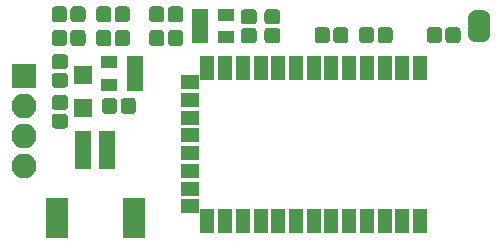
<source format=gbr>
G04 #@! TF.GenerationSoftware,KiCad,Pcbnew,(5.0.0-3-g5ebb6b6)*
G04 #@! TF.CreationDate,2020-03-13T11:28:04-04:00*
G04 #@! TF.ProjectId,Project,50726F6A6563742E6B696361645F7063,rev?*
G04 #@! TF.SameCoordinates,Original*
G04 #@! TF.FileFunction,Soldermask,Top*
G04 #@! TF.FilePolarity,Negative*
%FSLAX46Y46*%
G04 Gerber Fmt 4.6, Leading zero omitted, Abs format (unit mm)*
G04 Created by KiCad (PCBNEW (5.0.0-3-g5ebb6b6)) date Friday, March 13, 2020 at 11:28:04 AM*
%MOMM*%
%LPD*%
G01*
G04 APERTURE LIST*
%ADD10R,1.300000X2.150000*%
%ADD11R,1.650000X1.300000*%
%ADD12R,1.900000X3.400000*%
%ADD13R,1.400000X3.200000*%
%ADD14C,0.100000*%
%ADD15C,1.275000*%
%ADD16R,1.460000X1.050000*%
%ADD17R,2.100000X2.100000*%
%ADD18O,2.100000X2.100000*%
%ADD19R,1.500000X1.500000*%
%ADD20C,0.500000*%
G04 APERTURE END LIST*
D10*
G04 #@! TO.C,BTU1*
X133500000Y-113500000D03*
X132000000Y-113500000D03*
X130500000Y-113500000D03*
X129000000Y-113500000D03*
X127500000Y-113500000D03*
X126000000Y-113500000D03*
X124500000Y-113500000D03*
X123000000Y-113500000D03*
X121500000Y-113500000D03*
X120000000Y-113500000D03*
X118500000Y-113500000D03*
X117000000Y-113500000D03*
X115500000Y-113500000D03*
X115500000Y-100500000D03*
X117000000Y-100500000D03*
X118500000Y-100500000D03*
X120000000Y-100500000D03*
X121500000Y-100500000D03*
X123000000Y-100500000D03*
X124500000Y-100500000D03*
X126000000Y-100500000D03*
X127500000Y-100500000D03*
X129000000Y-100500000D03*
D11*
X114000000Y-112250000D03*
X114000000Y-110750000D03*
X114000000Y-109250000D03*
X114000000Y-107750000D03*
X114000000Y-106250000D03*
X114000000Y-104750000D03*
X114000000Y-103250000D03*
X114000000Y-101750000D03*
D10*
X130500000Y-100500000D03*
X132000000Y-100500000D03*
X133500000Y-100500000D03*
G04 #@! TD*
D12*
G04 #@! TO.C,JSTPH1*
X109250000Y-113250000D03*
X102750000Y-113250000D03*
D13*
X107000000Y-107500000D03*
X105000000Y-107500000D03*
G04 #@! TD*
D14*
G04 #@! TO.C,C1*
G36*
X103387493Y-100939035D02*
X103418435Y-100943625D01*
X103448778Y-100951225D01*
X103478230Y-100961763D01*
X103506508Y-100975138D01*
X103533338Y-100991219D01*
X103558463Y-101009853D01*
X103581640Y-101030860D01*
X103602647Y-101054037D01*
X103621281Y-101079162D01*
X103637362Y-101105992D01*
X103650737Y-101134270D01*
X103661275Y-101163722D01*
X103668875Y-101194065D01*
X103673465Y-101225007D01*
X103675000Y-101256250D01*
X103675000Y-101893750D01*
X103673465Y-101924993D01*
X103668875Y-101955935D01*
X103661275Y-101986278D01*
X103650737Y-102015730D01*
X103637362Y-102044008D01*
X103621281Y-102070838D01*
X103602647Y-102095963D01*
X103581640Y-102119140D01*
X103558463Y-102140147D01*
X103533338Y-102158781D01*
X103506508Y-102174862D01*
X103478230Y-102188237D01*
X103448778Y-102198775D01*
X103418435Y-102206375D01*
X103387493Y-102210965D01*
X103356250Y-102212500D01*
X102643750Y-102212500D01*
X102612507Y-102210965D01*
X102581565Y-102206375D01*
X102551222Y-102198775D01*
X102521770Y-102188237D01*
X102493492Y-102174862D01*
X102466662Y-102158781D01*
X102441537Y-102140147D01*
X102418360Y-102119140D01*
X102397353Y-102095963D01*
X102378719Y-102070838D01*
X102362638Y-102044008D01*
X102349263Y-102015730D01*
X102338725Y-101986278D01*
X102331125Y-101955935D01*
X102326535Y-101924993D01*
X102325000Y-101893750D01*
X102325000Y-101256250D01*
X102326535Y-101225007D01*
X102331125Y-101194065D01*
X102338725Y-101163722D01*
X102349263Y-101134270D01*
X102362638Y-101105992D01*
X102378719Y-101079162D01*
X102397353Y-101054037D01*
X102418360Y-101030860D01*
X102441537Y-101009853D01*
X102466662Y-100991219D01*
X102493492Y-100975138D01*
X102521770Y-100961763D01*
X102551222Y-100951225D01*
X102581565Y-100943625D01*
X102612507Y-100939035D01*
X102643750Y-100937500D01*
X103356250Y-100937500D01*
X103387493Y-100939035D01*
X103387493Y-100939035D01*
G37*
D15*
X103000000Y-101575000D03*
D14*
G36*
X103387493Y-99364035D02*
X103418435Y-99368625D01*
X103448778Y-99376225D01*
X103478230Y-99386763D01*
X103506508Y-99400138D01*
X103533338Y-99416219D01*
X103558463Y-99434853D01*
X103581640Y-99455860D01*
X103602647Y-99479037D01*
X103621281Y-99504162D01*
X103637362Y-99530992D01*
X103650737Y-99559270D01*
X103661275Y-99588722D01*
X103668875Y-99619065D01*
X103673465Y-99650007D01*
X103675000Y-99681250D01*
X103675000Y-100318750D01*
X103673465Y-100349993D01*
X103668875Y-100380935D01*
X103661275Y-100411278D01*
X103650737Y-100440730D01*
X103637362Y-100469008D01*
X103621281Y-100495838D01*
X103602647Y-100520963D01*
X103581640Y-100544140D01*
X103558463Y-100565147D01*
X103533338Y-100583781D01*
X103506508Y-100599862D01*
X103478230Y-100613237D01*
X103448778Y-100623775D01*
X103418435Y-100631375D01*
X103387493Y-100635965D01*
X103356250Y-100637500D01*
X102643750Y-100637500D01*
X102612507Y-100635965D01*
X102581565Y-100631375D01*
X102551222Y-100623775D01*
X102521770Y-100613237D01*
X102493492Y-100599862D01*
X102466662Y-100583781D01*
X102441537Y-100565147D01*
X102418360Y-100544140D01*
X102397353Y-100520963D01*
X102378719Y-100495838D01*
X102362638Y-100469008D01*
X102349263Y-100440730D01*
X102338725Y-100411278D01*
X102331125Y-100380935D01*
X102326535Y-100349993D01*
X102325000Y-100318750D01*
X102325000Y-99681250D01*
X102326535Y-99650007D01*
X102331125Y-99619065D01*
X102338725Y-99588722D01*
X102349263Y-99559270D01*
X102362638Y-99530992D01*
X102378719Y-99504162D01*
X102397353Y-99479037D01*
X102418360Y-99455860D01*
X102441537Y-99434853D01*
X102466662Y-99416219D01*
X102493492Y-99400138D01*
X102521770Y-99386763D01*
X102551222Y-99376225D01*
X102581565Y-99368625D01*
X102612507Y-99364035D01*
X102643750Y-99362500D01*
X103356250Y-99362500D01*
X103387493Y-99364035D01*
X103387493Y-99364035D01*
G37*
D15*
X103000000Y-100000000D03*
G04 #@! TD*
D14*
G04 #@! TO.C,C2*
G36*
X103387493Y-102826535D02*
X103418435Y-102831125D01*
X103448778Y-102838725D01*
X103478230Y-102849263D01*
X103506508Y-102862638D01*
X103533338Y-102878719D01*
X103558463Y-102897353D01*
X103581640Y-102918360D01*
X103602647Y-102941537D01*
X103621281Y-102966662D01*
X103637362Y-102993492D01*
X103650737Y-103021770D01*
X103661275Y-103051222D01*
X103668875Y-103081565D01*
X103673465Y-103112507D01*
X103675000Y-103143750D01*
X103675000Y-103781250D01*
X103673465Y-103812493D01*
X103668875Y-103843435D01*
X103661275Y-103873778D01*
X103650737Y-103903230D01*
X103637362Y-103931508D01*
X103621281Y-103958338D01*
X103602647Y-103983463D01*
X103581640Y-104006640D01*
X103558463Y-104027647D01*
X103533338Y-104046281D01*
X103506508Y-104062362D01*
X103478230Y-104075737D01*
X103448778Y-104086275D01*
X103418435Y-104093875D01*
X103387493Y-104098465D01*
X103356250Y-104100000D01*
X102643750Y-104100000D01*
X102612507Y-104098465D01*
X102581565Y-104093875D01*
X102551222Y-104086275D01*
X102521770Y-104075737D01*
X102493492Y-104062362D01*
X102466662Y-104046281D01*
X102441537Y-104027647D01*
X102418360Y-104006640D01*
X102397353Y-103983463D01*
X102378719Y-103958338D01*
X102362638Y-103931508D01*
X102349263Y-103903230D01*
X102338725Y-103873778D01*
X102331125Y-103843435D01*
X102326535Y-103812493D01*
X102325000Y-103781250D01*
X102325000Y-103143750D01*
X102326535Y-103112507D01*
X102331125Y-103081565D01*
X102338725Y-103051222D01*
X102349263Y-103021770D01*
X102362638Y-102993492D01*
X102378719Y-102966662D01*
X102397353Y-102941537D01*
X102418360Y-102918360D01*
X102441537Y-102897353D01*
X102466662Y-102878719D01*
X102493492Y-102862638D01*
X102521770Y-102849263D01*
X102551222Y-102838725D01*
X102581565Y-102831125D01*
X102612507Y-102826535D01*
X102643750Y-102825000D01*
X103356250Y-102825000D01*
X103387493Y-102826535D01*
X103387493Y-102826535D01*
G37*
D15*
X103000000Y-103462500D03*
D14*
G36*
X103387493Y-104401535D02*
X103418435Y-104406125D01*
X103448778Y-104413725D01*
X103478230Y-104424263D01*
X103506508Y-104437638D01*
X103533338Y-104453719D01*
X103558463Y-104472353D01*
X103581640Y-104493360D01*
X103602647Y-104516537D01*
X103621281Y-104541662D01*
X103637362Y-104568492D01*
X103650737Y-104596770D01*
X103661275Y-104626222D01*
X103668875Y-104656565D01*
X103673465Y-104687507D01*
X103675000Y-104718750D01*
X103675000Y-105356250D01*
X103673465Y-105387493D01*
X103668875Y-105418435D01*
X103661275Y-105448778D01*
X103650737Y-105478230D01*
X103637362Y-105506508D01*
X103621281Y-105533338D01*
X103602647Y-105558463D01*
X103581640Y-105581640D01*
X103558463Y-105602647D01*
X103533338Y-105621281D01*
X103506508Y-105637362D01*
X103478230Y-105650737D01*
X103448778Y-105661275D01*
X103418435Y-105668875D01*
X103387493Y-105673465D01*
X103356250Y-105675000D01*
X102643750Y-105675000D01*
X102612507Y-105673465D01*
X102581565Y-105668875D01*
X102551222Y-105661275D01*
X102521770Y-105650737D01*
X102493492Y-105637362D01*
X102466662Y-105621281D01*
X102441537Y-105602647D01*
X102418360Y-105581640D01*
X102397353Y-105558463D01*
X102378719Y-105533338D01*
X102362638Y-105506508D01*
X102349263Y-105478230D01*
X102338725Y-105448778D01*
X102331125Y-105418435D01*
X102326535Y-105387493D01*
X102325000Y-105356250D01*
X102325000Y-104718750D01*
X102326535Y-104687507D01*
X102331125Y-104656565D01*
X102338725Y-104626222D01*
X102349263Y-104596770D01*
X102362638Y-104568492D01*
X102378719Y-104541662D01*
X102397353Y-104516537D01*
X102418360Y-104493360D01*
X102441537Y-104472353D01*
X102466662Y-104453719D01*
X102493492Y-104437638D01*
X102521770Y-104424263D01*
X102551222Y-104413725D01*
X102581565Y-104406125D01*
X102612507Y-104401535D01*
X102643750Y-104400000D01*
X103356250Y-104400000D01*
X103387493Y-104401535D01*
X103387493Y-104401535D01*
G37*
D15*
X103000000Y-105037500D03*
G04 #@! TD*
D16*
G04 #@! TO.C,CGU1*
X109350000Y-101950000D03*
X109350000Y-101000000D03*
X109350000Y-100050000D03*
X107150000Y-100050000D03*
X107150000Y-101950000D03*
G04 #@! TD*
D14*
G04 #@! TO.C,D2*
G36*
X103312493Y-97326535D02*
X103343435Y-97331125D01*
X103373778Y-97338725D01*
X103403230Y-97349263D01*
X103431508Y-97362638D01*
X103458338Y-97378719D01*
X103483463Y-97397353D01*
X103506640Y-97418360D01*
X103527647Y-97441537D01*
X103546281Y-97466662D01*
X103562362Y-97493492D01*
X103575737Y-97521770D01*
X103586275Y-97551222D01*
X103593875Y-97581565D01*
X103598465Y-97612507D01*
X103600000Y-97643750D01*
X103600000Y-98356250D01*
X103598465Y-98387493D01*
X103593875Y-98418435D01*
X103586275Y-98448778D01*
X103575737Y-98478230D01*
X103562362Y-98506508D01*
X103546281Y-98533338D01*
X103527647Y-98558463D01*
X103506640Y-98581640D01*
X103483463Y-98602647D01*
X103458338Y-98621281D01*
X103431508Y-98637362D01*
X103403230Y-98650737D01*
X103373778Y-98661275D01*
X103343435Y-98668875D01*
X103312493Y-98673465D01*
X103281250Y-98675000D01*
X102643750Y-98675000D01*
X102612507Y-98673465D01*
X102581565Y-98668875D01*
X102551222Y-98661275D01*
X102521770Y-98650737D01*
X102493492Y-98637362D01*
X102466662Y-98621281D01*
X102441537Y-98602647D01*
X102418360Y-98581640D01*
X102397353Y-98558463D01*
X102378719Y-98533338D01*
X102362638Y-98506508D01*
X102349263Y-98478230D01*
X102338725Y-98448778D01*
X102331125Y-98418435D01*
X102326535Y-98387493D01*
X102325000Y-98356250D01*
X102325000Y-97643750D01*
X102326535Y-97612507D01*
X102331125Y-97581565D01*
X102338725Y-97551222D01*
X102349263Y-97521770D01*
X102362638Y-97493492D01*
X102378719Y-97466662D01*
X102397353Y-97441537D01*
X102418360Y-97418360D01*
X102441537Y-97397353D01*
X102466662Y-97378719D01*
X102493492Y-97362638D01*
X102521770Y-97349263D01*
X102551222Y-97338725D01*
X102581565Y-97331125D01*
X102612507Y-97326535D01*
X102643750Y-97325000D01*
X103281250Y-97325000D01*
X103312493Y-97326535D01*
X103312493Y-97326535D01*
G37*
D15*
X102962500Y-98000000D03*
D14*
G36*
X104887493Y-97326535D02*
X104918435Y-97331125D01*
X104948778Y-97338725D01*
X104978230Y-97349263D01*
X105006508Y-97362638D01*
X105033338Y-97378719D01*
X105058463Y-97397353D01*
X105081640Y-97418360D01*
X105102647Y-97441537D01*
X105121281Y-97466662D01*
X105137362Y-97493492D01*
X105150737Y-97521770D01*
X105161275Y-97551222D01*
X105168875Y-97581565D01*
X105173465Y-97612507D01*
X105175000Y-97643750D01*
X105175000Y-98356250D01*
X105173465Y-98387493D01*
X105168875Y-98418435D01*
X105161275Y-98448778D01*
X105150737Y-98478230D01*
X105137362Y-98506508D01*
X105121281Y-98533338D01*
X105102647Y-98558463D01*
X105081640Y-98581640D01*
X105058463Y-98602647D01*
X105033338Y-98621281D01*
X105006508Y-98637362D01*
X104978230Y-98650737D01*
X104948778Y-98661275D01*
X104918435Y-98668875D01*
X104887493Y-98673465D01*
X104856250Y-98675000D01*
X104218750Y-98675000D01*
X104187507Y-98673465D01*
X104156565Y-98668875D01*
X104126222Y-98661275D01*
X104096770Y-98650737D01*
X104068492Y-98637362D01*
X104041662Y-98621281D01*
X104016537Y-98602647D01*
X103993360Y-98581640D01*
X103972353Y-98558463D01*
X103953719Y-98533338D01*
X103937638Y-98506508D01*
X103924263Y-98478230D01*
X103913725Y-98448778D01*
X103906125Y-98418435D01*
X103901535Y-98387493D01*
X103900000Y-98356250D01*
X103900000Y-97643750D01*
X103901535Y-97612507D01*
X103906125Y-97581565D01*
X103913725Y-97551222D01*
X103924263Y-97521770D01*
X103937638Y-97493492D01*
X103953719Y-97466662D01*
X103972353Y-97441537D01*
X103993360Y-97418360D01*
X104016537Y-97397353D01*
X104041662Y-97378719D01*
X104068492Y-97362638D01*
X104096770Y-97349263D01*
X104126222Y-97338725D01*
X104156565Y-97331125D01*
X104187507Y-97326535D01*
X104218750Y-97325000D01*
X104856250Y-97325000D01*
X104887493Y-97326535D01*
X104887493Y-97326535D01*
G37*
D15*
X104537500Y-98000000D03*
G04 #@! TD*
D17*
G04 #@! TO.C,J1*
X100000000Y-101250000D03*
D18*
X100000000Y-103790000D03*
X100000000Y-106330000D03*
X100000000Y-108870000D03*
G04 #@! TD*
D14*
G04 #@! TO.C,R2*
G36*
X108637493Y-97326535D02*
X108668435Y-97331125D01*
X108698778Y-97338725D01*
X108728230Y-97349263D01*
X108756508Y-97362638D01*
X108783338Y-97378719D01*
X108808463Y-97397353D01*
X108831640Y-97418360D01*
X108852647Y-97441537D01*
X108871281Y-97466662D01*
X108887362Y-97493492D01*
X108900737Y-97521770D01*
X108911275Y-97551222D01*
X108918875Y-97581565D01*
X108923465Y-97612507D01*
X108925000Y-97643750D01*
X108925000Y-98356250D01*
X108923465Y-98387493D01*
X108918875Y-98418435D01*
X108911275Y-98448778D01*
X108900737Y-98478230D01*
X108887362Y-98506508D01*
X108871281Y-98533338D01*
X108852647Y-98558463D01*
X108831640Y-98581640D01*
X108808463Y-98602647D01*
X108783338Y-98621281D01*
X108756508Y-98637362D01*
X108728230Y-98650737D01*
X108698778Y-98661275D01*
X108668435Y-98668875D01*
X108637493Y-98673465D01*
X108606250Y-98675000D01*
X107968750Y-98675000D01*
X107937507Y-98673465D01*
X107906565Y-98668875D01*
X107876222Y-98661275D01*
X107846770Y-98650737D01*
X107818492Y-98637362D01*
X107791662Y-98621281D01*
X107766537Y-98602647D01*
X107743360Y-98581640D01*
X107722353Y-98558463D01*
X107703719Y-98533338D01*
X107687638Y-98506508D01*
X107674263Y-98478230D01*
X107663725Y-98448778D01*
X107656125Y-98418435D01*
X107651535Y-98387493D01*
X107650000Y-98356250D01*
X107650000Y-97643750D01*
X107651535Y-97612507D01*
X107656125Y-97581565D01*
X107663725Y-97551222D01*
X107674263Y-97521770D01*
X107687638Y-97493492D01*
X107703719Y-97466662D01*
X107722353Y-97441537D01*
X107743360Y-97418360D01*
X107766537Y-97397353D01*
X107791662Y-97378719D01*
X107818492Y-97362638D01*
X107846770Y-97349263D01*
X107876222Y-97338725D01*
X107906565Y-97331125D01*
X107937507Y-97326535D01*
X107968750Y-97325000D01*
X108606250Y-97325000D01*
X108637493Y-97326535D01*
X108637493Y-97326535D01*
G37*
D15*
X108287500Y-98000000D03*
D14*
G36*
X107062493Y-97326535D02*
X107093435Y-97331125D01*
X107123778Y-97338725D01*
X107153230Y-97349263D01*
X107181508Y-97362638D01*
X107208338Y-97378719D01*
X107233463Y-97397353D01*
X107256640Y-97418360D01*
X107277647Y-97441537D01*
X107296281Y-97466662D01*
X107312362Y-97493492D01*
X107325737Y-97521770D01*
X107336275Y-97551222D01*
X107343875Y-97581565D01*
X107348465Y-97612507D01*
X107350000Y-97643750D01*
X107350000Y-98356250D01*
X107348465Y-98387493D01*
X107343875Y-98418435D01*
X107336275Y-98448778D01*
X107325737Y-98478230D01*
X107312362Y-98506508D01*
X107296281Y-98533338D01*
X107277647Y-98558463D01*
X107256640Y-98581640D01*
X107233463Y-98602647D01*
X107208338Y-98621281D01*
X107181508Y-98637362D01*
X107153230Y-98650737D01*
X107123778Y-98661275D01*
X107093435Y-98668875D01*
X107062493Y-98673465D01*
X107031250Y-98675000D01*
X106393750Y-98675000D01*
X106362507Y-98673465D01*
X106331565Y-98668875D01*
X106301222Y-98661275D01*
X106271770Y-98650737D01*
X106243492Y-98637362D01*
X106216662Y-98621281D01*
X106191537Y-98602647D01*
X106168360Y-98581640D01*
X106147353Y-98558463D01*
X106128719Y-98533338D01*
X106112638Y-98506508D01*
X106099263Y-98478230D01*
X106088725Y-98448778D01*
X106081125Y-98418435D01*
X106076535Y-98387493D01*
X106075000Y-98356250D01*
X106075000Y-97643750D01*
X106076535Y-97612507D01*
X106081125Y-97581565D01*
X106088725Y-97551222D01*
X106099263Y-97521770D01*
X106112638Y-97493492D01*
X106128719Y-97466662D01*
X106147353Y-97441537D01*
X106168360Y-97418360D01*
X106191537Y-97397353D01*
X106216662Y-97378719D01*
X106243492Y-97362638D01*
X106271770Y-97349263D01*
X106301222Y-97338725D01*
X106331565Y-97331125D01*
X106362507Y-97326535D01*
X106393750Y-97325000D01*
X107031250Y-97325000D01*
X107062493Y-97326535D01*
X107062493Y-97326535D01*
G37*
D15*
X106712500Y-98000000D03*
G04 #@! TD*
D14*
G04 #@! TO.C,R3*
G36*
X107062493Y-95326535D02*
X107093435Y-95331125D01*
X107123778Y-95338725D01*
X107153230Y-95349263D01*
X107181508Y-95362638D01*
X107208338Y-95378719D01*
X107233463Y-95397353D01*
X107256640Y-95418360D01*
X107277647Y-95441537D01*
X107296281Y-95466662D01*
X107312362Y-95493492D01*
X107325737Y-95521770D01*
X107336275Y-95551222D01*
X107343875Y-95581565D01*
X107348465Y-95612507D01*
X107350000Y-95643750D01*
X107350000Y-96356250D01*
X107348465Y-96387493D01*
X107343875Y-96418435D01*
X107336275Y-96448778D01*
X107325737Y-96478230D01*
X107312362Y-96506508D01*
X107296281Y-96533338D01*
X107277647Y-96558463D01*
X107256640Y-96581640D01*
X107233463Y-96602647D01*
X107208338Y-96621281D01*
X107181508Y-96637362D01*
X107153230Y-96650737D01*
X107123778Y-96661275D01*
X107093435Y-96668875D01*
X107062493Y-96673465D01*
X107031250Y-96675000D01*
X106393750Y-96675000D01*
X106362507Y-96673465D01*
X106331565Y-96668875D01*
X106301222Y-96661275D01*
X106271770Y-96650737D01*
X106243492Y-96637362D01*
X106216662Y-96621281D01*
X106191537Y-96602647D01*
X106168360Y-96581640D01*
X106147353Y-96558463D01*
X106128719Y-96533338D01*
X106112638Y-96506508D01*
X106099263Y-96478230D01*
X106088725Y-96448778D01*
X106081125Y-96418435D01*
X106076535Y-96387493D01*
X106075000Y-96356250D01*
X106075000Y-95643750D01*
X106076535Y-95612507D01*
X106081125Y-95581565D01*
X106088725Y-95551222D01*
X106099263Y-95521770D01*
X106112638Y-95493492D01*
X106128719Y-95466662D01*
X106147353Y-95441537D01*
X106168360Y-95418360D01*
X106191537Y-95397353D01*
X106216662Y-95378719D01*
X106243492Y-95362638D01*
X106271770Y-95349263D01*
X106301222Y-95338725D01*
X106331565Y-95331125D01*
X106362507Y-95326535D01*
X106393750Y-95325000D01*
X107031250Y-95325000D01*
X107062493Y-95326535D01*
X107062493Y-95326535D01*
G37*
D15*
X106712500Y-96000000D03*
D14*
G36*
X108637493Y-95326535D02*
X108668435Y-95331125D01*
X108698778Y-95338725D01*
X108728230Y-95349263D01*
X108756508Y-95362638D01*
X108783338Y-95378719D01*
X108808463Y-95397353D01*
X108831640Y-95418360D01*
X108852647Y-95441537D01*
X108871281Y-95466662D01*
X108887362Y-95493492D01*
X108900737Y-95521770D01*
X108911275Y-95551222D01*
X108918875Y-95581565D01*
X108923465Y-95612507D01*
X108925000Y-95643750D01*
X108925000Y-96356250D01*
X108923465Y-96387493D01*
X108918875Y-96418435D01*
X108911275Y-96448778D01*
X108900737Y-96478230D01*
X108887362Y-96506508D01*
X108871281Y-96533338D01*
X108852647Y-96558463D01*
X108831640Y-96581640D01*
X108808463Y-96602647D01*
X108783338Y-96621281D01*
X108756508Y-96637362D01*
X108728230Y-96650737D01*
X108698778Y-96661275D01*
X108668435Y-96668875D01*
X108637493Y-96673465D01*
X108606250Y-96675000D01*
X107968750Y-96675000D01*
X107937507Y-96673465D01*
X107906565Y-96668875D01*
X107876222Y-96661275D01*
X107846770Y-96650737D01*
X107818492Y-96637362D01*
X107791662Y-96621281D01*
X107766537Y-96602647D01*
X107743360Y-96581640D01*
X107722353Y-96558463D01*
X107703719Y-96533338D01*
X107687638Y-96506508D01*
X107674263Y-96478230D01*
X107663725Y-96448778D01*
X107656125Y-96418435D01*
X107651535Y-96387493D01*
X107650000Y-96356250D01*
X107650000Y-95643750D01*
X107651535Y-95612507D01*
X107656125Y-95581565D01*
X107663725Y-95551222D01*
X107674263Y-95521770D01*
X107687638Y-95493492D01*
X107703719Y-95466662D01*
X107722353Y-95441537D01*
X107743360Y-95418360D01*
X107766537Y-95397353D01*
X107791662Y-95378719D01*
X107818492Y-95362638D01*
X107846770Y-95349263D01*
X107876222Y-95338725D01*
X107906565Y-95331125D01*
X107937507Y-95326535D01*
X107968750Y-95325000D01*
X108606250Y-95325000D01*
X108637493Y-95326535D01*
X108637493Y-95326535D01*
G37*
D15*
X108287500Y-96000000D03*
G04 #@! TD*
D14*
G04 #@! TO.C,RREF1*
G36*
X109137493Y-103076535D02*
X109168435Y-103081125D01*
X109198778Y-103088725D01*
X109228230Y-103099263D01*
X109256508Y-103112638D01*
X109283338Y-103128719D01*
X109308463Y-103147353D01*
X109331640Y-103168360D01*
X109352647Y-103191537D01*
X109371281Y-103216662D01*
X109387362Y-103243492D01*
X109400737Y-103271770D01*
X109411275Y-103301222D01*
X109418875Y-103331565D01*
X109423465Y-103362507D01*
X109425000Y-103393750D01*
X109425000Y-104106250D01*
X109423465Y-104137493D01*
X109418875Y-104168435D01*
X109411275Y-104198778D01*
X109400737Y-104228230D01*
X109387362Y-104256508D01*
X109371281Y-104283338D01*
X109352647Y-104308463D01*
X109331640Y-104331640D01*
X109308463Y-104352647D01*
X109283338Y-104371281D01*
X109256508Y-104387362D01*
X109228230Y-104400737D01*
X109198778Y-104411275D01*
X109168435Y-104418875D01*
X109137493Y-104423465D01*
X109106250Y-104425000D01*
X108468750Y-104425000D01*
X108437507Y-104423465D01*
X108406565Y-104418875D01*
X108376222Y-104411275D01*
X108346770Y-104400737D01*
X108318492Y-104387362D01*
X108291662Y-104371281D01*
X108266537Y-104352647D01*
X108243360Y-104331640D01*
X108222353Y-104308463D01*
X108203719Y-104283338D01*
X108187638Y-104256508D01*
X108174263Y-104228230D01*
X108163725Y-104198778D01*
X108156125Y-104168435D01*
X108151535Y-104137493D01*
X108150000Y-104106250D01*
X108150000Y-103393750D01*
X108151535Y-103362507D01*
X108156125Y-103331565D01*
X108163725Y-103301222D01*
X108174263Y-103271770D01*
X108187638Y-103243492D01*
X108203719Y-103216662D01*
X108222353Y-103191537D01*
X108243360Y-103168360D01*
X108266537Y-103147353D01*
X108291662Y-103128719D01*
X108318492Y-103112638D01*
X108346770Y-103099263D01*
X108376222Y-103088725D01*
X108406565Y-103081125D01*
X108437507Y-103076535D01*
X108468750Y-103075000D01*
X109106250Y-103075000D01*
X109137493Y-103076535D01*
X109137493Y-103076535D01*
G37*
D15*
X108787500Y-103750000D03*
D14*
G36*
X107562493Y-103076535D02*
X107593435Y-103081125D01*
X107623778Y-103088725D01*
X107653230Y-103099263D01*
X107681508Y-103112638D01*
X107708338Y-103128719D01*
X107733463Y-103147353D01*
X107756640Y-103168360D01*
X107777647Y-103191537D01*
X107796281Y-103216662D01*
X107812362Y-103243492D01*
X107825737Y-103271770D01*
X107836275Y-103301222D01*
X107843875Y-103331565D01*
X107848465Y-103362507D01*
X107850000Y-103393750D01*
X107850000Y-104106250D01*
X107848465Y-104137493D01*
X107843875Y-104168435D01*
X107836275Y-104198778D01*
X107825737Y-104228230D01*
X107812362Y-104256508D01*
X107796281Y-104283338D01*
X107777647Y-104308463D01*
X107756640Y-104331640D01*
X107733463Y-104352647D01*
X107708338Y-104371281D01*
X107681508Y-104387362D01*
X107653230Y-104400737D01*
X107623778Y-104411275D01*
X107593435Y-104418875D01*
X107562493Y-104423465D01*
X107531250Y-104425000D01*
X106893750Y-104425000D01*
X106862507Y-104423465D01*
X106831565Y-104418875D01*
X106801222Y-104411275D01*
X106771770Y-104400737D01*
X106743492Y-104387362D01*
X106716662Y-104371281D01*
X106691537Y-104352647D01*
X106668360Y-104331640D01*
X106647353Y-104308463D01*
X106628719Y-104283338D01*
X106612638Y-104256508D01*
X106599263Y-104228230D01*
X106588725Y-104198778D01*
X106581125Y-104168435D01*
X106576535Y-104137493D01*
X106575000Y-104106250D01*
X106575000Y-103393750D01*
X106576535Y-103362507D01*
X106581125Y-103331565D01*
X106588725Y-103301222D01*
X106599263Y-103271770D01*
X106612638Y-103243492D01*
X106628719Y-103216662D01*
X106647353Y-103191537D01*
X106668360Y-103168360D01*
X106691537Y-103147353D01*
X106716662Y-103128719D01*
X106743492Y-103112638D01*
X106771770Y-103099263D01*
X106801222Y-103088725D01*
X106831565Y-103081125D01*
X106862507Y-103076535D01*
X106893750Y-103075000D01*
X107531250Y-103075000D01*
X107562493Y-103076535D01*
X107562493Y-103076535D01*
G37*
D15*
X107212500Y-103750000D03*
G04 #@! TD*
D14*
G04 #@! TO.C,D3*
G36*
X103312493Y-95326535D02*
X103343435Y-95331125D01*
X103373778Y-95338725D01*
X103403230Y-95349263D01*
X103431508Y-95362638D01*
X103458338Y-95378719D01*
X103483463Y-95397353D01*
X103506640Y-95418360D01*
X103527647Y-95441537D01*
X103546281Y-95466662D01*
X103562362Y-95493492D01*
X103575737Y-95521770D01*
X103586275Y-95551222D01*
X103593875Y-95581565D01*
X103598465Y-95612507D01*
X103600000Y-95643750D01*
X103600000Y-96356250D01*
X103598465Y-96387493D01*
X103593875Y-96418435D01*
X103586275Y-96448778D01*
X103575737Y-96478230D01*
X103562362Y-96506508D01*
X103546281Y-96533338D01*
X103527647Y-96558463D01*
X103506640Y-96581640D01*
X103483463Y-96602647D01*
X103458338Y-96621281D01*
X103431508Y-96637362D01*
X103403230Y-96650737D01*
X103373778Y-96661275D01*
X103343435Y-96668875D01*
X103312493Y-96673465D01*
X103281250Y-96675000D01*
X102643750Y-96675000D01*
X102612507Y-96673465D01*
X102581565Y-96668875D01*
X102551222Y-96661275D01*
X102521770Y-96650737D01*
X102493492Y-96637362D01*
X102466662Y-96621281D01*
X102441537Y-96602647D01*
X102418360Y-96581640D01*
X102397353Y-96558463D01*
X102378719Y-96533338D01*
X102362638Y-96506508D01*
X102349263Y-96478230D01*
X102338725Y-96448778D01*
X102331125Y-96418435D01*
X102326535Y-96387493D01*
X102325000Y-96356250D01*
X102325000Y-95643750D01*
X102326535Y-95612507D01*
X102331125Y-95581565D01*
X102338725Y-95551222D01*
X102349263Y-95521770D01*
X102362638Y-95493492D01*
X102378719Y-95466662D01*
X102397353Y-95441537D01*
X102418360Y-95418360D01*
X102441537Y-95397353D01*
X102466662Y-95378719D01*
X102493492Y-95362638D01*
X102521770Y-95349263D01*
X102551222Y-95338725D01*
X102581565Y-95331125D01*
X102612507Y-95326535D01*
X102643750Y-95325000D01*
X103281250Y-95325000D01*
X103312493Y-95326535D01*
X103312493Y-95326535D01*
G37*
D15*
X102962500Y-96000000D03*
D14*
G36*
X104887493Y-95326535D02*
X104918435Y-95331125D01*
X104948778Y-95338725D01*
X104978230Y-95349263D01*
X105006508Y-95362638D01*
X105033338Y-95378719D01*
X105058463Y-95397353D01*
X105081640Y-95418360D01*
X105102647Y-95441537D01*
X105121281Y-95466662D01*
X105137362Y-95493492D01*
X105150737Y-95521770D01*
X105161275Y-95551222D01*
X105168875Y-95581565D01*
X105173465Y-95612507D01*
X105175000Y-95643750D01*
X105175000Y-96356250D01*
X105173465Y-96387493D01*
X105168875Y-96418435D01*
X105161275Y-96448778D01*
X105150737Y-96478230D01*
X105137362Y-96506508D01*
X105121281Y-96533338D01*
X105102647Y-96558463D01*
X105081640Y-96581640D01*
X105058463Y-96602647D01*
X105033338Y-96621281D01*
X105006508Y-96637362D01*
X104978230Y-96650737D01*
X104948778Y-96661275D01*
X104918435Y-96668875D01*
X104887493Y-96673465D01*
X104856250Y-96675000D01*
X104218750Y-96675000D01*
X104187507Y-96673465D01*
X104156565Y-96668875D01*
X104126222Y-96661275D01*
X104096770Y-96650737D01*
X104068492Y-96637362D01*
X104041662Y-96621281D01*
X104016537Y-96602647D01*
X103993360Y-96581640D01*
X103972353Y-96558463D01*
X103953719Y-96533338D01*
X103937638Y-96506508D01*
X103924263Y-96478230D01*
X103913725Y-96448778D01*
X103906125Y-96418435D01*
X103901535Y-96387493D01*
X103900000Y-96356250D01*
X103900000Y-95643750D01*
X103901535Y-95612507D01*
X103906125Y-95581565D01*
X103913725Y-95551222D01*
X103924263Y-95521770D01*
X103937638Y-95493492D01*
X103953719Y-95466662D01*
X103972353Y-95441537D01*
X103993360Y-95418360D01*
X104016537Y-95397353D01*
X104041662Y-95378719D01*
X104068492Y-95362638D01*
X104096770Y-95349263D01*
X104126222Y-95338725D01*
X104156565Y-95331125D01*
X104187507Y-95326535D01*
X104218750Y-95325000D01*
X104856250Y-95325000D01*
X104887493Y-95326535D01*
X104887493Y-95326535D01*
G37*
D15*
X104537500Y-96000000D03*
G04 #@! TD*
D19*
G04 #@! TO.C,D1*
X105000000Y-101100000D03*
X105000000Y-103900000D03*
G04 #@! TD*
D14*
G04 #@! TO.C,C3*
G36*
X111562493Y-95326535D02*
X111593435Y-95331125D01*
X111623778Y-95338725D01*
X111653230Y-95349263D01*
X111681508Y-95362638D01*
X111708338Y-95378719D01*
X111733463Y-95397353D01*
X111756640Y-95418360D01*
X111777647Y-95441537D01*
X111796281Y-95466662D01*
X111812362Y-95493492D01*
X111825737Y-95521770D01*
X111836275Y-95551222D01*
X111843875Y-95581565D01*
X111848465Y-95612507D01*
X111850000Y-95643750D01*
X111850000Y-96356250D01*
X111848465Y-96387493D01*
X111843875Y-96418435D01*
X111836275Y-96448778D01*
X111825737Y-96478230D01*
X111812362Y-96506508D01*
X111796281Y-96533338D01*
X111777647Y-96558463D01*
X111756640Y-96581640D01*
X111733463Y-96602647D01*
X111708338Y-96621281D01*
X111681508Y-96637362D01*
X111653230Y-96650737D01*
X111623778Y-96661275D01*
X111593435Y-96668875D01*
X111562493Y-96673465D01*
X111531250Y-96675000D01*
X110893750Y-96675000D01*
X110862507Y-96673465D01*
X110831565Y-96668875D01*
X110801222Y-96661275D01*
X110771770Y-96650737D01*
X110743492Y-96637362D01*
X110716662Y-96621281D01*
X110691537Y-96602647D01*
X110668360Y-96581640D01*
X110647353Y-96558463D01*
X110628719Y-96533338D01*
X110612638Y-96506508D01*
X110599263Y-96478230D01*
X110588725Y-96448778D01*
X110581125Y-96418435D01*
X110576535Y-96387493D01*
X110575000Y-96356250D01*
X110575000Y-95643750D01*
X110576535Y-95612507D01*
X110581125Y-95581565D01*
X110588725Y-95551222D01*
X110599263Y-95521770D01*
X110612638Y-95493492D01*
X110628719Y-95466662D01*
X110647353Y-95441537D01*
X110668360Y-95418360D01*
X110691537Y-95397353D01*
X110716662Y-95378719D01*
X110743492Y-95362638D01*
X110771770Y-95349263D01*
X110801222Y-95338725D01*
X110831565Y-95331125D01*
X110862507Y-95326535D01*
X110893750Y-95325000D01*
X111531250Y-95325000D01*
X111562493Y-95326535D01*
X111562493Y-95326535D01*
G37*
D15*
X111212500Y-96000000D03*
D14*
G36*
X113137493Y-95326535D02*
X113168435Y-95331125D01*
X113198778Y-95338725D01*
X113228230Y-95349263D01*
X113256508Y-95362638D01*
X113283338Y-95378719D01*
X113308463Y-95397353D01*
X113331640Y-95418360D01*
X113352647Y-95441537D01*
X113371281Y-95466662D01*
X113387362Y-95493492D01*
X113400737Y-95521770D01*
X113411275Y-95551222D01*
X113418875Y-95581565D01*
X113423465Y-95612507D01*
X113425000Y-95643750D01*
X113425000Y-96356250D01*
X113423465Y-96387493D01*
X113418875Y-96418435D01*
X113411275Y-96448778D01*
X113400737Y-96478230D01*
X113387362Y-96506508D01*
X113371281Y-96533338D01*
X113352647Y-96558463D01*
X113331640Y-96581640D01*
X113308463Y-96602647D01*
X113283338Y-96621281D01*
X113256508Y-96637362D01*
X113228230Y-96650737D01*
X113198778Y-96661275D01*
X113168435Y-96668875D01*
X113137493Y-96673465D01*
X113106250Y-96675000D01*
X112468750Y-96675000D01*
X112437507Y-96673465D01*
X112406565Y-96668875D01*
X112376222Y-96661275D01*
X112346770Y-96650737D01*
X112318492Y-96637362D01*
X112291662Y-96621281D01*
X112266537Y-96602647D01*
X112243360Y-96581640D01*
X112222353Y-96558463D01*
X112203719Y-96533338D01*
X112187638Y-96506508D01*
X112174263Y-96478230D01*
X112163725Y-96448778D01*
X112156125Y-96418435D01*
X112151535Y-96387493D01*
X112150000Y-96356250D01*
X112150000Y-95643750D01*
X112151535Y-95612507D01*
X112156125Y-95581565D01*
X112163725Y-95551222D01*
X112174263Y-95521770D01*
X112187638Y-95493492D01*
X112203719Y-95466662D01*
X112222353Y-95441537D01*
X112243360Y-95418360D01*
X112266537Y-95397353D01*
X112291662Y-95378719D01*
X112318492Y-95362638D01*
X112346770Y-95349263D01*
X112376222Y-95338725D01*
X112406565Y-95331125D01*
X112437507Y-95326535D01*
X112468750Y-95325000D01*
X113106250Y-95325000D01*
X113137493Y-95326535D01*
X113137493Y-95326535D01*
G37*
D15*
X112787500Y-96000000D03*
G04 #@! TD*
D14*
G04 #@! TO.C,C4*
G36*
X113137493Y-97326535D02*
X113168435Y-97331125D01*
X113198778Y-97338725D01*
X113228230Y-97349263D01*
X113256508Y-97362638D01*
X113283338Y-97378719D01*
X113308463Y-97397353D01*
X113331640Y-97418360D01*
X113352647Y-97441537D01*
X113371281Y-97466662D01*
X113387362Y-97493492D01*
X113400737Y-97521770D01*
X113411275Y-97551222D01*
X113418875Y-97581565D01*
X113423465Y-97612507D01*
X113425000Y-97643750D01*
X113425000Y-98356250D01*
X113423465Y-98387493D01*
X113418875Y-98418435D01*
X113411275Y-98448778D01*
X113400737Y-98478230D01*
X113387362Y-98506508D01*
X113371281Y-98533338D01*
X113352647Y-98558463D01*
X113331640Y-98581640D01*
X113308463Y-98602647D01*
X113283338Y-98621281D01*
X113256508Y-98637362D01*
X113228230Y-98650737D01*
X113198778Y-98661275D01*
X113168435Y-98668875D01*
X113137493Y-98673465D01*
X113106250Y-98675000D01*
X112468750Y-98675000D01*
X112437507Y-98673465D01*
X112406565Y-98668875D01*
X112376222Y-98661275D01*
X112346770Y-98650737D01*
X112318492Y-98637362D01*
X112291662Y-98621281D01*
X112266537Y-98602647D01*
X112243360Y-98581640D01*
X112222353Y-98558463D01*
X112203719Y-98533338D01*
X112187638Y-98506508D01*
X112174263Y-98478230D01*
X112163725Y-98448778D01*
X112156125Y-98418435D01*
X112151535Y-98387493D01*
X112150000Y-98356250D01*
X112150000Y-97643750D01*
X112151535Y-97612507D01*
X112156125Y-97581565D01*
X112163725Y-97551222D01*
X112174263Y-97521770D01*
X112187638Y-97493492D01*
X112203719Y-97466662D01*
X112222353Y-97441537D01*
X112243360Y-97418360D01*
X112266537Y-97397353D01*
X112291662Y-97378719D01*
X112318492Y-97362638D01*
X112346770Y-97349263D01*
X112376222Y-97338725D01*
X112406565Y-97331125D01*
X112437507Y-97326535D01*
X112468750Y-97325000D01*
X113106250Y-97325000D01*
X113137493Y-97326535D01*
X113137493Y-97326535D01*
G37*
D15*
X112787500Y-98000000D03*
D14*
G36*
X111562493Y-97326535D02*
X111593435Y-97331125D01*
X111623778Y-97338725D01*
X111653230Y-97349263D01*
X111681508Y-97362638D01*
X111708338Y-97378719D01*
X111733463Y-97397353D01*
X111756640Y-97418360D01*
X111777647Y-97441537D01*
X111796281Y-97466662D01*
X111812362Y-97493492D01*
X111825737Y-97521770D01*
X111836275Y-97551222D01*
X111843875Y-97581565D01*
X111848465Y-97612507D01*
X111850000Y-97643750D01*
X111850000Y-98356250D01*
X111848465Y-98387493D01*
X111843875Y-98418435D01*
X111836275Y-98448778D01*
X111825737Y-98478230D01*
X111812362Y-98506508D01*
X111796281Y-98533338D01*
X111777647Y-98558463D01*
X111756640Y-98581640D01*
X111733463Y-98602647D01*
X111708338Y-98621281D01*
X111681508Y-98637362D01*
X111653230Y-98650737D01*
X111623778Y-98661275D01*
X111593435Y-98668875D01*
X111562493Y-98673465D01*
X111531250Y-98675000D01*
X110893750Y-98675000D01*
X110862507Y-98673465D01*
X110831565Y-98668875D01*
X110801222Y-98661275D01*
X110771770Y-98650737D01*
X110743492Y-98637362D01*
X110716662Y-98621281D01*
X110691537Y-98602647D01*
X110668360Y-98581640D01*
X110647353Y-98558463D01*
X110628719Y-98533338D01*
X110612638Y-98506508D01*
X110599263Y-98478230D01*
X110588725Y-98448778D01*
X110581125Y-98418435D01*
X110576535Y-98387493D01*
X110575000Y-98356250D01*
X110575000Y-97643750D01*
X110576535Y-97612507D01*
X110581125Y-97581565D01*
X110588725Y-97551222D01*
X110599263Y-97521770D01*
X110612638Y-97493492D01*
X110628719Y-97466662D01*
X110647353Y-97441537D01*
X110668360Y-97418360D01*
X110691537Y-97397353D01*
X110716662Y-97378719D01*
X110743492Y-97362638D01*
X110771770Y-97349263D01*
X110801222Y-97338725D01*
X110831565Y-97331125D01*
X110862507Y-97326535D01*
X110893750Y-97325000D01*
X111531250Y-97325000D01*
X111562493Y-97326535D01*
X111562493Y-97326535D01*
G37*
D15*
X111212500Y-98000000D03*
G04 #@! TD*
D14*
G04 #@! TO.C,C5*
G36*
X121387493Y-95576535D02*
X121418435Y-95581125D01*
X121448778Y-95588725D01*
X121478230Y-95599263D01*
X121506508Y-95612638D01*
X121533338Y-95628719D01*
X121558463Y-95647353D01*
X121581640Y-95668360D01*
X121602647Y-95691537D01*
X121621281Y-95716662D01*
X121637362Y-95743492D01*
X121650737Y-95771770D01*
X121661275Y-95801222D01*
X121668875Y-95831565D01*
X121673465Y-95862507D01*
X121675000Y-95893750D01*
X121675000Y-96531250D01*
X121673465Y-96562493D01*
X121668875Y-96593435D01*
X121661275Y-96623778D01*
X121650737Y-96653230D01*
X121637362Y-96681508D01*
X121621281Y-96708338D01*
X121602647Y-96733463D01*
X121581640Y-96756640D01*
X121558463Y-96777647D01*
X121533338Y-96796281D01*
X121506508Y-96812362D01*
X121478230Y-96825737D01*
X121448778Y-96836275D01*
X121418435Y-96843875D01*
X121387493Y-96848465D01*
X121356250Y-96850000D01*
X120643750Y-96850000D01*
X120612507Y-96848465D01*
X120581565Y-96843875D01*
X120551222Y-96836275D01*
X120521770Y-96825737D01*
X120493492Y-96812362D01*
X120466662Y-96796281D01*
X120441537Y-96777647D01*
X120418360Y-96756640D01*
X120397353Y-96733463D01*
X120378719Y-96708338D01*
X120362638Y-96681508D01*
X120349263Y-96653230D01*
X120338725Y-96623778D01*
X120331125Y-96593435D01*
X120326535Y-96562493D01*
X120325000Y-96531250D01*
X120325000Y-95893750D01*
X120326535Y-95862507D01*
X120331125Y-95831565D01*
X120338725Y-95801222D01*
X120349263Y-95771770D01*
X120362638Y-95743492D01*
X120378719Y-95716662D01*
X120397353Y-95691537D01*
X120418360Y-95668360D01*
X120441537Y-95647353D01*
X120466662Y-95628719D01*
X120493492Y-95612638D01*
X120521770Y-95599263D01*
X120551222Y-95588725D01*
X120581565Y-95581125D01*
X120612507Y-95576535D01*
X120643750Y-95575000D01*
X121356250Y-95575000D01*
X121387493Y-95576535D01*
X121387493Y-95576535D01*
G37*
D15*
X121000000Y-96212500D03*
D14*
G36*
X121387493Y-97151535D02*
X121418435Y-97156125D01*
X121448778Y-97163725D01*
X121478230Y-97174263D01*
X121506508Y-97187638D01*
X121533338Y-97203719D01*
X121558463Y-97222353D01*
X121581640Y-97243360D01*
X121602647Y-97266537D01*
X121621281Y-97291662D01*
X121637362Y-97318492D01*
X121650737Y-97346770D01*
X121661275Y-97376222D01*
X121668875Y-97406565D01*
X121673465Y-97437507D01*
X121675000Y-97468750D01*
X121675000Y-98106250D01*
X121673465Y-98137493D01*
X121668875Y-98168435D01*
X121661275Y-98198778D01*
X121650737Y-98228230D01*
X121637362Y-98256508D01*
X121621281Y-98283338D01*
X121602647Y-98308463D01*
X121581640Y-98331640D01*
X121558463Y-98352647D01*
X121533338Y-98371281D01*
X121506508Y-98387362D01*
X121478230Y-98400737D01*
X121448778Y-98411275D01*
X121418435Y-98418875D01*
X121387493Y-98423465D01*
X121356250Y-98425000D01*
X120643750Y-98425000D01*
X120612507Y-98423465D01*
X120581565Y-98418875D01*
X120551222Y-98411275D01*
X120521770Y-98400737D01*
X120493492Y-98387362D01*
X120466662Y-98371281D01*
X120441537Y-98352647D01*
X120418360Y-98331640D01*
X120397353Y-98308463D01*
X120378719Y-98283338D01*
X120362638Y-98256508D01*
X120349263Y-98228230D01*
X120338725Y-98198778D01*
X120331125Y-98168435D01*
X120326535Y-98137493D01*
X120325000Y-98106250D01*
X120325000Y-97468750D01*
X120326535Y-97437507D01*
X120331125Y-97406565D01*
X120338725Y-97376222D01*
X120349263Y-97346770D01*
X120362638Y-97318492D01*
X120378719Y-97291662D01*
X120397353Y-97266537D01*
X120418360Y-97243360D01*
X120441537Y-97222353D01*
X120466662Y-97203719D01*
X120493492Y-97187638D01*
X120521770Y-97174263D01*
X120551222Y-97163725D01*
X120581565Y-97156125D01*
X120612507Y-97151535D01*
X120643750Y-97150000D01*
X121356250Y-97150000D01*
X121387493Y-97151535D01*
X121387493Y-97151535D01*
G37*
D15*
X121000000Y-97787500D03*
G04 #@! TD*
D14*
G04 #@! TO.C,C6*
G36*
X119387493Y-97151535D02*
X119418435Y-97156125D01*
X119448778Y-97163725D01*
X119478230Y-97174263D01*
X119506508Y-97187638D01*
X119533338Y-97203719D01*
X119558463Y-97222353D01*
X119581640Y-97243360D01*
X119602647Y-97266537D01*
X119621281Y-97291662D01*
X119637362Y-97318492D01*
X119650737Y-97346770D01*
X119661275Y-97376222D01*
X119668875Y-97406565D01*
X119673465Y-97437507D01*
X119675000Y-97468750D01*
X119675000Y-98106250D01*
X119673465Y-98137493D01*
X119668875Y-98168435D01*
X119661275Y-98198778D01*
X119650737Y-98228230D01*
X119637362Y-98256508D01*
X119621281Y-98283338D01*
X119602647Y-98308463D01*
X119581640Y-98331640D01*
X119558463Y-98352647D01*
X119533338Y-98371281D01*
X119506508Y-98387362D01*
X119478230Y-98400737D01*
X119448778Y-98411275D01*
X119418435Y-98418875D01*
X119387493Y-98423465D01*
X119356250Y-98425000D01*
X118643750Y-98425000D01*
X118612507Y-98423465D01*
X118581565Y-98418875D01*
X118551222Y-98411275D01*
X118521770Y-98400737D01*
X118493492Y-98387362D01*
X118466662Y-98371281D01*
X118441537Y-98352647D01*
X118418360Y-98331640D01*
X118397353Y-98308463D01*
X118378719Y-98283338D01*
X118362638Y-98256508D01*
X118349263Y-98228230D01*
X118338725Y-98198778D01*
X118331125Y-98168435D01*
X118326535Y-98137493D01*
X118325000Y-98106250D01*
X118325000Y-97468750D01*
X118326535Y-97437507D01*
X118331125Y-97406565D01*
X118338725Y-97376222D01*
X118349263Y-97346770D01*
X118362638Y-97318492D01*
X118378719Y-97291662D01*
X118397353Y-97266537D01*
X118418360Y-97243360D01*
X118441537Y-97222353D01*
X118466662Y-97203719D01*
X118493492Y-97187638D01*
X118521770Y-97174263D01*
X118551222Y-97163725D01*
X118581565Y-97156125D01*
X118612507Y-97151535D01*
X118643750Y-97150000D01*
X119356250Y-97150000D01*
X119387493Y-97151535D01*
X119387493Y-97151535D01*
G37*
D15*
X119000000Y-97787500D03*
D14*
G36*
X119387493Y-95576535D02*
X119418435Y-95581125D01*
X119448778Y-95588725D01*
X119478230Y-95599263D01*
X119506508Y-95612638D01*
X119533338Y-95628719D01*
X119558463Y-95647353D01*
X119581640Y-95668360D01*
X119602647Y-95691537D01*
X119621281Y-95716662D01*
X119637362Y-95743492D01*
X119650737Y-95771770D01*
X119661275Y-95801222D01*
X119668875Y-95831565D01*
X119673465Y-95862507D01*
X119675000Y-95893750D01*
X119675000Y-96531250D01*
X119673465Y-96562493D01*
X119668875Y-96593435D01*
X119661275Y-96623778D01*
X119650737Y-96653230D01*
X119637362Y-96681508D01*
X119621281Y-96708338D01*
X119602647Y-96733463D01*
X119581640Y-96756640D01*
X119558463Y-96777647D01*
X119533338Y-96796281D01*
X119506508Y-96812362D01*
X119478230Y-96825737D01*
X119448778Y-96836275D01*
X119418435Y-96843875D01*
X119387493Y-96848465D01*
X119356250Y-96850000D01*
X118643750Y-96850000D01*
X118612507Y-96848465D01*
X118581565Y-96843875D01*
X118551222Y-96836275D01*
X118521770Y-96825737D01*
X118493492Y-96812362D01*
X118466662Y-96796281D01*
X118441537Y-96777647D01*
X118418360Y-96756640D01*
X118397353Y-96733463D01*
X118378719Y-96708338D01*
X118362638Y-96681508D01*
X118349263Y-96653230D01*
X118338725Y-96623778D01*
X118331125Y-96593435D01*
X118326535Y-96562493D01*
X118325000Y-96531250D01*
X118325000Y-95893750D01*
X118326535Y-95862507D01*
X118331125Y-95831565D01*
X118338725Y-95801222D01*
X118349263Y-95771770D01*
X118362638Y-95743492D01*
X118378719Y-95716662D01*
X118397353Y-95691537D01*
X118418360Y-95668360D01*
X118441537Y-95647353D01*
X118466662Y-95628719D01*
X118493492Y-95612638D01*
X118521770Y-95599263D01*
X118551222Y-95588725D01*
X118581565Y-95581125D01*
X118612507Y-95576535D01*
X118643750Y-95575000D01*
X119356250Y-95575000D01*
X119387493Y-95576535D01*
X119387493Y-95576535D01*
G37*
D15*
X119000000Y-96212500D03*
G04 #@! TD*
D16*
G04 #@! TO.C,REG1*
X114900000Y-96050000D03*
X114900000Y-97000000D03*
X114900000Y-97950000D03*
X117100000Y-97950000D03*
X117100000Y-96050000D03*
G04 #@! TD*
D14*
G04 #@! TO.C,D4*
G36*
X129312493Y-97076535D02*
X129343435Y-97081125D01*
X129373778Y-97088725D01*
X129403230Y-97099263D01*
X129431508Y-97112638D01*
X129458338Y-97128719D01*
X129483463Y-97147353D01*
X129506640Y-97168360D01*
X129527647Y-97191537D01*
X129546281Y-97216662D01*
X129562362Y-97243492D01*
X129575737Y-97271770D01*
X129586275Y-97301222D01*
X129593875Y-97331565D01*
X129598465Y-97362507D01*
X129600000Y-97393750D01*
X129600000Y-98106250D01*
X129598465Y-98137493D01*
X129593875Y-98168435D01*
X129586275Y-98198778D01*
X129575737Y-98228230D01*
X129562362Y-98256508D01*
X129546281Y-98283338D01*
X129527647Y-98308463D01*
X129506640Y-98331640D01*
X129483463Y-98352647D01*
X129458338Y-98371281D01*
X129431508Y-98387362D01*
X129403230Y-98400737D01*
X129373778Y-98411275D01*
X129343435Y-98418875D01*
X129312493Y-98423465D01*
X129281250Y-98425000D01*
X128643750Y-98425000D01*
X128612507Y-98423465D01*
X128581565Y-98418875D01*
X128551222Y-98411275D01*
X128521770Y-98400737D01*
X128493492Y-98387362D01*
X128466662Y-98371281D01*
X128441537Y-98352647D01*
X128418360Y-98331640D01*
X128397353Y-98308463D01*
X128378719Y-98283338D01*
X128362638Y-98256508D01*
X128349263Y-98228230D01*
X128338725Y-98198778D01*
X128331125Y-98168435D01*
X128326535Y-98137493D01*
X128325000Y-98106250D01*
X128325000Y-97393750D01*
X128326535Y-97362507D01*
X128331125Y-97331565D01*
X128338725Y-97301222D01*
X128349263Y-97271770D01*
X128362638Y-97243492D01*
X128378719Y-97216662D01*
X128397353Y-97191537D01*
X128418360Y-97168360D01*
X128441537Y-97147353D01*
X128466662Y-97128719D01*
X128493492Y-97112638D01*
X128521770Y-97099263D01*
X128551222Y-97088725D01*
X128581565Y-97081125D01*
X128612507Y-97076535D01*
X128643750Y-97075000D01*
X129281250Y-97075000D01*
X129312493Y-97076535D01*
X129312493Y-97076535D01*
G37*
D15*
X128962500Y-97750000D03*
D14*
G36*
X130887493Y-97076535D02*
X130918435Y-97081125D01*
X130948778Y-97088725D01*
X130978230Y-97099263D01*
X131006508Y-97112638D01*
X131033338Y-97128719D01*
X131058463Y-97147353D01*
X131081640Y-97168360D01*
X131102647Y-97191537D01*
X131121281Y-97216662D01*
X131137362Y-97243492D01*
X131150737Y-97271770D01*
X131161275Y-97301222D01*
X131168875Y-97331565D01*
X131173465Y-97362507D01*
X131175000Y-97393750D01*
X131175000Y-98106250D01*
X131173465Y-98137493D01*
X131168875Y-98168435D01*
X131161275Y-98198778D01*
X131150737Y-98228230D01*
X131137362Y-98256508D01*
X131121281Y-98283338D01*
X131102647Y-98308463D01*
X131081640Y-98331640D01*
X131058463Y-98352647D01*
X131033338Y-98371281D01*
X131006508Y-98387362D01*
X130978230Y-98400737D01*
X130948778Y-98411275D01*
X130918435Y-98418875D01*
X130887493Y-98423465D01*
X130856250Y-98425000D01*
X130218750Y-98425000D01*
X130187507Y-98423465D01*
X130156565Y-98418875D01*
X130126222Y-98411275D01*
X130096770Y-98400737D01*
X130068492Y-98387362D01*
X130041662Y-98371281D01*
X130016537Y-98352647D01*
X129993360Y-98331640D01*
X129972353Y-98308463D01*
X129953719Y-98283338D01*
X129937638Y-98256508D01*
X129924263Y-98228230D01*
X129913725Y-98198778D01*
X129906125Y-98168435D01*
X129901535Y-98137493D01*
X129900000Y-98106250D01*
X129900000Y-97393750D01*
X129901535Y-97362507D01*
X129906125Y-97331565D01*
X129913725Y-97301222D01*
X129924263Y-97271770D01*
X129937638Y-97243492D01*
X129953719Y-97216662D01*
X129972353Y-97191537D01*
X129993360Y-97168360D01*
X130016537Y-97147353D01*
X130041662Y-97128719D01*
X130068492Y-97112638D01*
X130096770Y-97099263D01*
X130126222Y-97088725D01*
X130156565Y-97081125D01*
X130187507Y-97076535D01*
X130218750Y-97075000D01*
X130856250Y-97075000D01*
X130887493Y-97076535D01*
X130887493Y-97076535D01*
G37*
D15*
X130537500Y-97750000D03*
G04 #@! TD*
D20*
G04 #@! TO.C,JP1*
X138500000Y-97650000D03*
D14*
G36*
X137553843Y-97110982D02*
X137565224Y-97073463D01*
X137583706Y-97038886D01*
X137608579Y-97008579D01*
X137638886Y-96983706D01*
X137673463Y-96965224D01*
X137710982Y-96953843D01*
X137750000Y-96950000D01*
X139250000Y-96950000D01*
X139289018Y-96953843D01*
X139326537Y-96965224D01*
X139361114Y-96983706D01*
X139391421Y-97008579D01*
X139416294Y-97038886D01*
X139434776Y-97073463D01*
X139446157Y-97110982D01*
X139450000Y-97150000D01*
X139450000Y-97650000D01*
X139449398Y-97656112D01*
X139449398Y-97674534D01*
X139448435Y-97694140D01*
X139443625Y-97742971D01*
X139440746Y-97762380D01*
X139431174Y-97810505D01*
X139426404Y-97829548D01*
X139412160Y-97876503D01*
X139405549Y-97894980D01*
X139386772Y-97940313D01*
X139378377Y-97958061D01*
X139355246Y-98001334D01*
X139345160Y-98018162D01*
X139317900Y-98058961D01*
X139306205Y-98074730D01*
X139275077Y-98112659D01*
X139261897Y-98127200D01*
X139227200Y-98161897D01*
X139212659Y-98175077D01*
X139174730Y-98206205D01*
X139158961Y-98217900D01*
X139118162Y-98245160D01*
X139101334Y-98255246D01*
X139058061Y-98278377D01*
X139040313Y-98286772D01*
X138994980Y-98305549D01*
X138976503Y-98312160D01*
X138929548Y-98326404D01*
X138910505Y-98331174D01*
X138862380Y-98340746D01*
X138842971Y-98343625D01*
X138794140Y-98348435D01*
X138774534Y-98349398D01*
X138756112Y-98349398D01*
X138750000Y-98350000D01*
X138250000Y-98350000D01*
X138243888Y-98349398D01*
X138225466Y-98349398D01*
X138205860Y-98348435D01*
X138157029Y-98343625D01*
X138137620Y-98340746D01*
X138089495Y-98331174D01*
X138070452Y-98326404D01*
X138023497Y-98312160D01*
X138005020Y-98305549D01*
X137959687Y-98286772D01*
X137941939Y-98278377D01*
X137898666Y-98255246D01*
X137881838Y-98245160D01*
X137841039Y-98217900D01*
X137825270Y-98206205D01*
X137787341Y-98175077D01*
X137772800Y-98161897D01*
X137738103Y-98127200D01*
X137724923Y-98112659D01*
X137693795Y-98074730D01*
X137682100Y-98058961D01*
X137654840Y-98018162D01*
X137644754Y-98001334D01*
X137621623Y-97958061D01*
X137613228Y-97940313D01*
X137594451Y-97894980D01*
X137587840Y-97876503D01*
X137573596Y-97829548D01*
X137568826Y-97810505D01*
X137559254Y-97762380D01*
X137556375Y-97742971D01*
X137551565Y-97694140D01*
X137550602Y-97674534D01*
X137550602Y-97656112D01*
X137550000Y-97650000D01*
X137550000Y-97150000D01*
X137553843Y-97110982D01*
X137553843Y-97110982D01*
G37*
D20*
X138500000Y-96350000D03*
D14*
G36*
X137550602Y-96343888D02*
X137550602Y-96325466D01*
X137551565Y-96305860D01*
X137556375Y-96257029D01*
X137559254Y-96237620D01*
X137568826Y-96189495D01*
X137573596Y-96170452D01*
X137587840Y-96123497D01*
X137594451Y-96105020D01*
X137613228Y-96059687D01*
X137621623Y-96041939D01*
X137644754Y-95998666D01*
X137654840Y-95981838D01*
X137682100Y-95941039D01*
X137693795Y-95925270D01*
X137724923Y-95887341D01*
X137738103Y-95872800D01*
X137772800Y-95838103D01*
X137787341Y-95824923D01*
X137825270Y-95793795D01*
X137841039Y-95782100D01*
X137881838Y-95754840D01*
X137898666Y-95744754D01*
X137941939Y-95721623D01*
X137959687Y-95713228D01*
X138005020Y-95694451D01*
X138023497Y-95687840D01*
X138070452Y-95673596D01*
X138089495Y-95668826D01*
X138137620Y-95659254D01*
X138157029Y-95656375D01*
X138205860Y-95651565D01*
X138225466Y-95650602D01*
X138243888Y-95650602D01*
X138250000Y-95650000D01*
X138750000Y-95650000D01*
X138756112Y-95650602D01*
X138774534Y-95650602D01*
X138794140Y-95651565D01*
X138842971Y-95656375D01*
X138862380Y-95659254D01*
X138910505Y-95668826D01*
X138929548Y-95673596D01*
X138976503Y-95687840D01*
X138994980Y-95694451D01*
X139040313Y-95713228D01*
X139058061Y-95721623D01*
X139101334Y-95744754D01*
X139118162Y-95754840D01*
X139158961Y-95782100D01*
X139174730Y-95793795D01*
X139212659Y-95824923D01*
X139227200Y-95838103D01*
X139261897Y-95872800D01*
X139275077Y-95887341D01*
X139306205Y-95925270D01*
X139317900Y-95941039D01*
X139345160Y-95981838D01*
X139355246Y-95998666D01*
X139378377Y-96041939D01*
X139386772Y-96059687D01*
X139405549Y-96105020D01*
X139412160Y-96123497D01*
X139426404Y-96170452D01*
X139431174Y-96189495D01*
X139440746Y-96237620D01*
X139443625Y-96257029D01*
X139448435Y-96305860D01*
X139449398Y-96325466D01*
X139449398Y-96343888D01*
X139450000Y-96350000D01*
X139450000Y-96850000D01*
X139446157Y-96889018D01*
X139434776Y-96926537D01*
X139416294Y-96961114D01*
X139391421Y-96991421D01*
X139361114Y-97016294D01*
X139326537Y-97034776D01*
X139289018Y-97046157D01*
X139250000Y-97050000D01*
X137750000Y-97050000D01*
X137710982Y-97046157D01*
X137673463Y-97034776D01*
X137638886Y-97016294D01*
X137608579Y-96991421D01*
X137583706Y-96961114D01*
X137565224Y-96926537D01*
X137553843Y-96889018D01*
X137550000Y-96850000D01*
X137550000Y-96350000D01*
X137550602Y-96343888D01*
X137550602Y-96343888D01*
G37*
G04 #@! TD*
G04 #@! TO.C,R4*
G36*
X125562493Y-97076535D02*
X125593435Y-97081125D01*
X125623778Y-97088725D01*
X125653230Y-97099263D01*
X125681508Y-97112638D01*
X125708338Y-97128719D01*
X125733463Y-97147353D01*
X125756640Y-97168360D01*
X125777647Y-97191537D01*
X125796281Y-97216662D01*
X125812362Y-97243492D01*
X125825737Y-97271770D01*
X125836275Y-97301222D01*
X125843875Y-97331565D01*
X125848465Y-97362507D01*
X125850000Y-97393750D01*
X125850000Y-98106250D01*
X125848465Y-98137493D01*
X125843875Y-98168435D01*
X125836275Y-98198778D01*
X125825737Y-98228230D01*
X125812362Y-98256508D01*
X125796281Y-98283338D01*
X125777647Y-98308463D01*
X125756640Y-98331640D01*
X125733463Y-98352647D01*
X125708338Y-98371281D01*
X125681508Y-98387362D01*
X125653230Y-98400737D01*
X125623778Y-98411275D01*
X125593435Y-98418875D01*
X125562493Y-98423465D01*
X125531250Y-98425000D01*
X124893750Y-98425000D01*
X124862507Y-98423465D01*
X124831565Y-98418875D01*
X124801222Y-98411275D01*
X124771770Y-98400737D01*
X124743492Y-98387362D01*
X124716662Y-98371281D01*
X124691537Y-98352647D01*
X124668360Y-98331640D01*
X124647353Y-98308463D01*
X124628719Y-98283338D01*
X124612638Y-98256508D01*
X124599263Y-98228230D01*
X124588725Y-98198778D01*
X124581125Y-98168435D01*
X124576535Y-98137493D01*
X124575000Y-98106250D01*
X124575000Y-97393750D01*
X124576535Y-97362507D01*
X124581125Y-97331565D01*
X124588725Y-97301222D01*
X124599263Y-97271770D01*
X124612638Y-97243492D01*
X124628719Y-97216662D01*
X124647353Y-97191537D01*
X124668360Y-97168360D01*
X124691537Y-97147353D01*
X124716662Y-97128719D01*
X124743492Y-97112638D01*
X124771770Y-97099263D01*
X124801222Y-97088725D01*
X124831565Y-97081125D01*
X124862507Y-97076535D01*
X124893750Y-97075000D01*
X125531250Y-97075000D01*
X125562493Y-97076535D01*
X125562493Y-97076535D01*
G37*
D15*
X125212500Y-97750000D03*
D14*
G36*
X127137493Y-97076535D02*
X127168435Y-97081125D01*
X127198778Y-97088725D01*
X127228230Y-97099263D01*
X127256508Y-97112638D01*
X127283338Y-97128719D01*
X127308463Y-97147353D01*
X127331640Y-97168360D01*
X127352647Y-97191537D01*
X127371281Y-97216662D01*
X127387362Y-97243492D01*
X127400737Y-97271770D01*
X127411275Y-97301222D01*
X127418875Y-97331565D01*
X127423465Y-97362507D01*
X127425000Y-97393750D01*
X127425000Y-98106250D01*
X127423465Y-98137493D01*
X127418875Y-98168435D01*
X127411275Y-98198778D01*
X127400737Y-98228230D01*
X127387362Y-98256508D01*
X127371281Y-98283338D01*
X127352647Y-98308463D01*
X127331640Y-98331640D01*
X127308463Y-98352647D01*
X127283338Y-98371281D01*
X127256508Y-98387362D01*
X127228230Y-98400737D01*
X127198778Y-98411275D01*
X127168435Y-98418875D01*
X127137493Y-98423465D01*
X127106250Y-98425000D01*
X126468750Y-98425000D01*
X126437507Y-98423465D01*
X126406565Y-98418875D01*
X126376222Y-98411275D01*
X126346770Y-98400737D01*
X126318492Y-98387362D01*
X126291662Y-98371281D01*
X126266537Y-98352647D01*
X126243360Y-98331640D01*
X126222353Y-98308463D01*
X126203719Y-98283338D01*
X126187638Y-98256508D01*
X126174263Y-98228230D01*
X126163725Y-98198778D01*
X126156125Y-98168435D01*
X126151535Y-98137493D01*
X126150000Y-98106250D01*
X126150000Y-97393750D01*
X126151535Y-97362507D01*
X126156125Y-97331565D01*
X126163725Y-97301222D01*
X126174263Y-97271770D01*
X126187638Y-97243492D01*
X126203719Y-97216662D01*
X126222353Y-97191537D01*
X126243360Y-97168360D01*
X126266537Y-97147353D01*
X126291662Y-97128719D01*
X126318492Y-97112638D01*
X126346770Y-97099263D01*
X126376222Y-97088725D01*
X126406565Y-97081125D01*
X126437507Y-97076535D01*
X126468750Y-97075000D01*
X127106250Y-97075000D01*
X127137493Y-97076535D01*
X127137493Y-97076535D01*
G37*
D15*
X126787500Y-97750000D03*
G04 #@! TD*
D14*
G04 #@! TO.C,R6*
G36*
X136637493Y-97076535D02*
X136668435Y-97081125D01*
X136698778Y-97088725D01*
X136728230Y-97099263D01*
X136756508Y-97112638D01*
X136783338Y-97128719D01*
X136808463Y-97147353D01*
X136831640Y-97168360D01*
X136852647Y-97191537D01*
X136871281Y-97216662D01*
X136887362Y-97243492D01*
X136900737Y-97271770D01*
X136911275Y-97301222D01*
X136918875Y-97331565D01*
X136923465Y-97362507D01*
X136925000Y-97393750D01*
X136925000Y-98106250D01*
X136923465Y-98137493D01*
X136918875Y-98168435D01*
X136911275Y-98198778D01*
X136900737Y-98228230D01*
X136887362Y-98256508D01*
X136871281Y-98283338D01*
X136852647Y-98308463D01*
X136831640Y-98331640D01*
X136808463Y-98352647D01*
X136783338Y-98371281D01*
X136756508Y-98387362D01*
X136728230Y-98400737D01*
X136698778Y-98411275D01*
X136668435Y-98418875D01*
X136637493Y-98423465D01*
X136606250Y-98425000D01*
X135968750Y-98425000D01*
X135937507Y-98423465D01*
X135906565Y-98418875D01*
X135876222Y-98411275D01*
X135846770Y-98400737D01*
X135818492Y-98387362D01*
X135791662Y-98371281D01*
X135766537Y-98352647D01*
X135743360Y-98331640D01*
X135722353Y-98308463D01*
X135703719Y-98283338D01*
X135687638Y-98256508D01*
X135674263Y-98228230D01*
X135663725Y-98198778D01*
X135656125Y-98168435D01*
X135651535Y-98137493D01*
X135650000Y-98106250D01*
X135650000Y-97393750D01*
X135651535Y-97362507D01*
X135656125Y-97331565D01*
X135663725Y-97301222D01*
X135674263Y-97271770D01*
X135687638Y-97243492D01*
X135703719Y-97216662D01*
X135722353Y-97191537D01*
X135743360Y-97168360D01*
X135766537Y-97147353D01*
X135791662Y-97128719D01*
X135818492Y-97112638D01*
X135846770Y-97099263D01*
X135876222Y-97088725D01*
X135906565Y-97081125D01*
X135937507Y-97076535D01*
X135968750Y-97075000D01*
X136606250Y-97075000D01*
X136637493Y-97076535D01*
X136637493Y-97076535D01*
G37*
D15*
X136287500Y-97750000D03*
D14*
G36*
X135062493Y-97076535D02*
X135093435Y-97081125D01*
X135123778Y-97088725D01*
X135153230Y-97099263D01*
X135181508Y-97112638D01*
X135208338Y-97128719D01*
X135233463Y-97147353D01*
X135256640Y-97168360D01*
X135277647Y-97191537D01*
X135296281Y-97216662D01*
X135312362Y-97243492D01*
X135325737Y-97271770D01*
X135336275Y-97301222D01*
X135343875Y-97331565D01*
X135348465Y-97362507D01*
X135350000Y-97393750D01*
X135350000Y-98106250D01*
X135348465Y-98137493D01*
X135343875Y-98168435D01*
X135336275Y-98198778D01*
X135325737Y-98228230D01*
X135312362Y-98256508D01*
X135296281Y-98283338D01*
X135277647Y-98308463D01*
X135256640Y-98331640D01*
X135233463Y-98352647D01*
X135208338Y-98371281D01*
X135181508Y-98387362D01*
X135153230Y-98400737D01*
X135123778Y-98411275D01*
X135093435Y-98418875D01*
X135062493Y-98423465D01*
X135031250Y-98425000D01*
X134393750Y-98425000D01*
X134362507Y-98423465D01*
X134331565Y-98418875D01*
X134301222Y-98411275D01*
X134271770Y-98400737D01*
X134243492Y-98387362D01*
X134216662Y-98371281D01*
X134191537Y-98352647D01*
X134168360Y-98331640D01*
X134147353Y-98308463D01*
X134128719Y-98283338D01*
X134112638Y-98256508D01*
X134099263Y-98228230D01*
X134088725Y-98198778D01*
X134081125Y-98168435D01*
X134076535Y-98137493D01*
X134075000Y-98106250D01*
X134075000Y-97393750D01*
X134076535Y-97362507D01*
X134081125Y-97331565D01*
X134088725Y-97301222D01*
X134099263Y-97271770D01*
X134112638Y-97243492D01*
X134128719Y-97216662D01*
X134147353Y-97191537D01*
X134168360Y-97168360D01*
X134191537Y-97147353D01*
X134216662Y-97128719D01*
X134243492Y-97112638D01*
X134271770Y-97099263D01*
X134301222Y-97088725D01*
X134331565Y-97081125D01*
X134362507Y-97076535D01*
X134393750Y-97075000D01*
X135031250Y-97075000D01*
X135062493Y-97076535D01*
X135062493Y-97076535D01*
G37*
D15*
X134712500Y-97750000D03*
G04 #@! TD*
M02*

</source>
